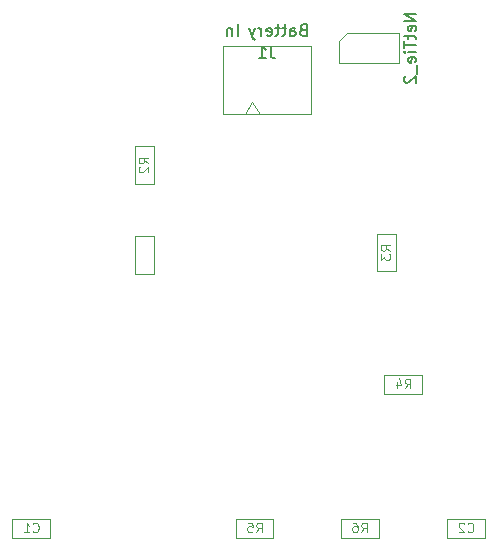
<source format=gbr>
%TF.GenerationSoftware,KiCad,Pcbnew,(7.0.0)*%
%TF.CreationDate,2023-03-13T08:12:35+05:30*%
%TF.ProjectId,Stem,5374656d-2e6b-4696-9361-645f70636258,1.0*%
%TF.SameCoordinates,Original*%
%TF.FileFunction,AssemblyDrawing,Bot*%
%FSLAX46Y46*%
G04 Gerber Fmt 4.6, Leading zero omitted, Abs format (unit mm)*
G04 Created by KiCad (PCBNEW (7.0.0)) date 2023-03-13 08:12:35*
%MOMM*%
%LPD*%
G01*
G04 APERTURE LIST*
%ADD10C,0.120000*%
%ADD11C,0.150000*%
%ADD12C,0.100000*%
G04 APERTURE END LIST*
D10*
%TO.C,R2*%
X137173904Y-67486667D02*
X136792952Y-67220000D01*
X137173904Y-67029524D02*
X136373904Y-67029524D01*
X136373904Y-67029524D02*
X136373904Y-67334286D01*
X136373904Y-67334286D02*
X136412000Y-67410476D01*
X136412000Y-67410476D02*
X136450095Y-67448571D01*
X136450095Y-67448571D02*
X136526285Y-67486667D01*
X136526285Y-67486667D02*
X136640571Y-67486667D01*
X136640571Y-67486667D02*
X136716761Y-67448571D01*
X136716761Y-67448571D02*
X136754857Y-67410476D01*
X136754857Y-67410476D02*
X136792952Y-67334286D01*
X136792952Y-67334286D02*
X136792952Y-67029524D01*
X136450095Y-67791428D02*
X136412000Y-67829524D01*
X136412000Y-67829524D02*
X136373904Y-67905714D01*
X136373904Y-67905714D02*
X136373904Y-68096190D01*
X136373904Y-68096190D02*
X136412000Y-68172381D01*
X136412000Y-68172381D02*
X136450095Y-68210476D01*
X136450095Y-68210476D02*
X136526285Y-68248571D01*
X136526285Y-68248571D02*
X136602476Y-68248571D01*
X136602476Y-68248571D02*
X136716761Y-68210476D01*
X136716761Y-68210476D02*
X137173904Y-67753333D01*
X137173904Y-67753333D02*
X137173904Y-68248571D01*
%TO.C,R3*%
X157673904Y-74886667D02*
X157292952Y-74620000D01*
X157673904Y-74429524D02*
X156873904Y-74429524D01*
X156873904Y-74429524D02*
X156873904Y-74734286D01*
X156873904Y-74734286D02*
X156912000Y-74810476D01*
X156912000Y-74810476D02*
X156950095Y-74848571D01*
X156950095Y-74848571D02*
X157026285Y-74886667D01*
X157026285Y-74886667D02*
X157140571Y-74886667D01*
X157140571Y-74886667D02*
X157216761Y-74848571D01*
X157216761Y-74848571D02*
X157254857Y-74810476D01*
X157254857Y-74810476D02*
X157292952Y-74734286D01*
X157292952Y-74734286D02*
X157292952Y-74429524D01*
X156873904Y-75153333D02*
X156873904Y-75648571D01*
X156873904Y-75648571D02*
X157178666Y-75381905D01*
X157178666Y-75381905D02*
X157178666Y-75496190D01*
X157178666Y-75496190D02*
X157216761Y-75572381D01*
X157216761Y-75572381D02*
X157254857Y-75610476D01*
X157254857Y-75610476D02*
X157331047Y-75648571D01*
X157331047Y-75648571D02*
X157521523Y-75648571D01*
X157521523Y-75648571D02*
X157597714Y-75610476D01*
X157597714Y-75610476D02*
X157635809Y-75572381D01*
X157635809Y-75572381D02*
X157673904Y-75496190D01*
X157673904Y-75496190D02*
X157673904Y-75267619D01*
X157673904Y-75267619D02*
X157635809Y-75191428D01*
X157635809Y-75191428D02*
X157597714Y-75153333D01*
%TO.C,C2*%
X164213332Y-98637714D02*
X164251428Y-98675809D01*
X164251428Y-98675809D02*
X164365713Y-98713904D01*
X164365713Y-98713904D02*
X164441904Y-98713904D01*
X164441904Y-98713904D02*
X164556190Y-98675809D01*
X164556190Y-98675809D02*
X164632380Y-98599619D01*
X164632380Y-98599619D02*
X164670475Y-98523428D01*
X164670475Y-98523428D02*
X164708571Y-98371047D01*
X164708571Y-98371047D02*
X164708571Y-98256761D01*
X164708571Y-98256761D02*
X164670475Y-98104380D01*
X164670475Y-98104380D02*
X164632380Y-98028190D01*
X164632380Y-98028190D02*
X164556190Y-97952000D01*
X164556190Y-97952000D02*
X164441904Y-97913904D01*
X164441904Y-97913904D02*
X164365713Y-97913904D01*
X164365713Y-97913904D02*
X164251428Y-97952000D01*
X164251428Y-97952000D02*
X164213332Y-97990095D01*
X163908571Y-97990095D02*
X163870475Y-97952000D01*
X163870475Y-97952000D02*
X163794285Y-97913904D01*
X163794285Y-97913904D02*
X163603809Y-97913904D01*
X163603809Y-97913904D02*
X163527618Y-97952000D01*
X163527618Y-97952000D02*
X163489523Y-97990095D01*
X163489523Y-97990095D02*
X163451428Y-98066285D01*
X163451428Y-98066285D02*
X163451428Y-98142476D01*
X163451428Y-98142476D02*
X163489523Y-98256761D01*
X163489523Y-98256761D02*
X163946666Y-98713904D01*
X163946666Y-98713904D02*
X163451428Y-98713904D01*
D11*
%TO.C,J1*%
X150291905Y-56163571D02*
X150149048Y-56211190D01*
X150149048Y-56211190D02*
X150101429Y-56258809D01*
X150101429Y-56258809D02*
X150053810Y-56354047D01*
X150053810Y-56354047D02*
X150053810Y-56496904D01*
X150053810Y-56496904D02*
X150101429Y-56592142D01*
X150101429Y-56592142D02*
X150149048Y-56639761D01*
X150149048Y-56639761D02*
X150244286Y-56687380D01*
X150244286Y-56687380D02*
X150625238Y-56687380D01*
X150625238Y-56687380D02*
X150625238Y-55687380D01*
X150625238Y-55687380D02*
X150291905Y-55687380D01*
X150291905Y-55687380D02*
X150196667Y-55735000D01*
X150196667Y-55735000D02*
X150149048Y-55782619D01*
X150149048Y-55782619D02*
X150101429Y-55877857D01*
X150101429Y-55877857D02*
X150101429Y-55973095D01*
X150101429Y-55973095D02*
X150149048Y-56068333D01*
X150149048Y-56068333D02*
X150196667Y-56115952D01*
X150196667Y-56115952D02*
X150291905Y-56163571D01*
X150291905Y-56163571D02*
X150625238Y-56163571D01*
X149196667Y-56687380D02*
X149196667Y-56163571D01*
X149196667Y-56163571D02*
X149244286Y-56068333D01*
X149244286Y-56068333D02*
X149339524Y-56020714D01*
X149339524Y-56020714D02*
X149530000Y-56020714D01*
X149530000Y-56020714D02*
X149625238Y-56068333D01*
X149196667Y-56639761D02*
X149291905Y-56687380D01*
X149291905Y-56687380D02*
X149530000Y-56687380D01*
X149530000Y-56687380D02*
X149625238Y-56639761D01*
X149625238Y-56639761D02*
X149672857Y-56544523D01*
X149672857Y-56544523D02*
X149672857Y-56449285D01*
X149672857Y-56449285D02*
X149625238Y-56354047D01*
X149625238Y-56354047D02*
X149530000Y-56306428D01*
X149530000Y-56306428D02*
X149291905Y-56306428D01*
X149291905Y-56306428D02*
X149196667Y-56258809D01*
X148863333Y-56020714D02*
X148482381Y-56020714D01*
X148720476Y-55687380D02*
X148720476Y-56544523D01*
X148720476Y-56544523D02*
X148672857Y-56639761D01*
X148672857Y-56639761D02*
X148577619Y-56687380D01*
X148577619Y-56687380D02*
X148482381Y-56687380D01*
X148291904Y-56020714D02*
X147910952Y-56020714D01*
X148149047Y-55687380D02*
X148149047Y-56544523D01*
X148149047Y-56544523D02*
X148101428Y-56639761D01*
X148101428Y-56639761D02*
X148006190Y-56687380D01*
X148006190Y-56687380D02*
X147910952Y-56687380D01*
X147196666Y-56639761D02*
X147291904Y-56687380D01*
X147291904Y-56687380D02*
X147482380Y-56687380D01*
X147482380Y-56687380D02*
X147577618Y-56639761D01*
X147577618Y-56639761D02*
X147625237Y-56544523D01*
X147625237Y-56544523D02*
X147625237Y-56163571D01*
X147625237Y-56163571D02*
X147577618Y-56068333D01*
X147577618Y-56068333D02*
X147482380Y-56020714D01*
X147482380Y-56020714D02*
X147291904Y-56020714D01*
X147291904Y-56020714D02*
X147196666Y-56068333D01*
X147196666Y-56068333D02*
X147149047Y-56163571D01*
X147149047Y-56163571D02*
X147149047Y-56258809D01*
X147149047Y-56258809D02*
X147625237Y-56354047D01*
X146720475Y-56687380D02*
X146720475Y-56020714D01*
X146720475Y-56211190D02*
X146672856Y-56115952D01*
X146672856Y-56115952D02*
X146625237Y-56068333D01*
X146625237Y-56068333D02*
X146529999Y-56020714D01*
X146529999Y-56020714D02*
X146434761Y-56020714D01*
X146196665Y-56020714D02*
X145958570Y-56687380D01*
X145720475Y-56020714D02*
X145958570Y-56687380D01*
X145958570Y-56687380D02*
X146053808Y-56925476D01*
X146053808Y-56925476D02*
X146101427Y-56973095D01*
X146101427Y-56973095D02*
X146196665Y-57020714D01*
X144739522Y-56687380D02*
X144739522Y-55687380D01*
X144263332Y-56020714D02*
X144263332Y-56687380D01*
X144263332Y-56115952D02*
X144215713Y-56068333D01*
X144215713Y-56068333D02*
X144120475Y-56020714D01*
X144120475Y-56020714D02*
X143977618Y-56020714D01*
X143977618Y-56020714D02*
X143882380Y-56068333D01*
X143882380Y-56068333D02*
X143834761Y-56163571D01*
X143834761Y-56163571D02*
X143834761Y-56687380D01*
X147563333Y-57587380D02*
X147563333Y-58301666D01*
X147563333Y-58301666D02*
X147610952Y-58444523D01*
X147610952Y-58444523D02*
X147706190Y-58539761D01*
X147706190Y-58539761D02*
X147849047Y-58587380D01*
X147849047Y-58587380D02*
X147944285Y-58587380D01*
X146563333Y-58587380D02*
X147134761Y-58587380D01*
X146849047Y-58587380D02*
X146849047Y-57587380D01*
X146849047Y-57587380D02*
X146944285Y-57730238D01*
X146944285Y-57730238D02*
X147039523Y-57825476D01*
X147039523Y-57825476D02*
X147134761Y-57873095D01*
D10*
%TO.C,C1*%
X127413332Y-98637714D02*
X127451428Y-98675809D01*
X127451428Y-98675809D02*
X127565713Y-98713904D01*
X127565713Y-98713904D02*
X127641904Y-98713904D01*
X127641904Y-98713904D02*
X127756190Y-98675809D01*
X127756190Y-98675809D02*
X127832380Y-98599619D01*
X127832380Y-98599619D02*
X127870475Y-98523428D01*
X127870475Y-98523428D02*
X127908571Y-98371047D01*
X127908571Y-98371047D02*
X127908571Y-98256761D01*
X127908571Y-98256761D02*
X127870475Y-98104380D01*
X127870475Y-98104380D02*
X127832380Y-98028190D01*
X127832380Y-98028190D02*
X127756190Y-97952000D01*
X127756190Y-97952000D02*
X127641904Y-97913904D01*
X127641904Y-97913904D02*
X127565713Y-97913904D01*
X127565713Y-97913904D02*
X127451428Y-97952000D01*
X127451428Y-97952000D02*
X127413332Y-97990095D01*
X126651428Y-98713904D02*
X127108571Y-98713904D01*
X126879999Y-98713904D02*
X126879999Y-97913904D01*
X126879999Y-97913904D02*
X126956190Y-98028190D01*
X126956190Y-98028190D02*
X127032380Y-98104380D01*
X127032380Y-98104380D02*
X127108571Y-98142476D01*
D11*
%TO.C,NT1*%
X159842380Y-54815238D02*
X158842380Y-54815238D01*
X158842380Y-54815238D02*
X159842380Y-55386666D01*
X159842380Y-55386666D02*
X158842380Y-55386666D01*
X159794761Y-56243809D02*
X159842380Y-56148571D01*
X159842380Y-56148571D02*
X159842380Y-55958095D01*
X159842380Y-55958095D02*
X159794761Y-55862857D01*
X159794761Y-55862857D02*
X159699523Y-55815238D01*
X159699523Y-55815238D02*
X159318571Y-55815238D01*
X159318571Y-55815238D02*
X159223333Y-55862857D01*
X159223333Y-55862857D02*
X159175714Y-55958095D01*
X159175714Y-55958095D02*
X159175714Y-56148571D01*
X159175714Y-56148571D02*
X159223333Y-56243809D01*
X159223333Y-56243809D02*
X159318571Y-56291428D01*
X159318571Y-56291428D02*
X159413809Y-56291428D01*
X159413809Y-56291428D02*
X159509047Y-55815238D01*
X159175714Y-56577143D02*
X159175714Y-56958095D01*
X158842380Y-56720000D02*
X159699523Y-56720000D01*
X159699523Y-56720000D02*
X159794761Y-56767619D01*
X159794761Y-56767619D02*
X159842380Y-56862857D01*
X159842380Y-56862857D02*
X159842380Y-56958095D01*
X158842380Y-57148572D02*
X158842380Y-57720000D01*
X159842380Y-57434286D02*
X158842380Y-57434286D01*
X159842380Y-58053334D02*
X159175714Y-58053334D01*
X158842380Y-58053334D02*
X158890000Y-58005715D01*
X158890000Y-58005715D02*
X158937619Y-58053334D01*
X158937619Y-58053334D02*
X158890000Y-58100953D01*
X158890000Y-58100953D02*
X158842380Y-58053334D01*
X158842380Y-58053334D02*
X158937619Y-58053334D01*
X159794761Y-58910476D02*
X159842380Y-58815238D01*
X159842380Y-58815238D02*
X159842380Y-58624762D01*
X159842380Y-58624762D02*
X159794761Y-58529524D01*
X159794761Y-58529524D02*
X159699523Y-58481905D01*
X159699523Y-58481905D02*
X159318571Y-58481905D01*
X159318571Y-58481905D02*
X159223333Y-58529524D01*
X159223333Y-58529524D02*
X159175714Y-58624762D01*
X159175714Y-58624762D02*
X159175714Y-58815238D01*
X159175714Y-58815238D02*
X159223333Y-58910476D01*
X159223333Y-58910476D02*
X159318571Y-58958095D01*
X159318571Y-58958095D02*
X159413809Y-58958095D01*
X159413809Y-58958095D02*
X159509047Y-58481905D01*
X159937619Y-59148572D02*
X159937619Y-59910476D01*
X158937619Y-60100953D02*
X158890000Y-60148572D01*
X158890000Y-60148572D02*
X158842380Y-60243810D01*
X158842380Y-60243810D02*
X158842380Y-60481905D01*
X158842380Y-60481905D02*
X158890000Y-60577143D01*
X158890000Y-60577143D02*
X158937619Y-60624762D01*
X158937619Y-60624762D02*
X159032857Y-60672381D01*
X159032857Y-60672381D02*
X159128095Y-60672381D01*
X159128095Y-60672381D02*
X159270952Y-60624762D01*
X159270952Y-60624762D02*
X159842380Y-60053334D01*
X159842380Y-60053334D02*
X159842380Y-60672381D01*
D10*
%TO.C,R6*%
X155213332Y-98713904D02*
X155479999Y-98332952D01*
X155670475Y-98713904D02*
X155670475Y-97913904D01*
X155670475Y-97913904D02*
X155365713Y-97913904D01*
X155365713Y-97913904D02*
X155289523Y-97952000D01*
X155289523Y-97952000D02*
X155251428Y-97990095D01*
X155251428Y-97990095D02*
X155213332Y-98066285D01*
X155213332Y-98066285D02*
X155213332Y-98180571D01*
X155213332Y-98180571D02*
X155251428Y-98256761D01*
X155251428Y-98256761D02*
X155289523Y-98294857D01*
X155289523Y-98294857D02*
X155365713Y-98332952D01*
X155365713Y-98332952D02*
X155670475Y-98332952D01*
X154527618Y-97913904D02*
X154679999Y-97913904D01*
X154679999Y-97913904D02*
X154756190Y-97952000D01*
X154756190Y-97952000D02*
X154794285Y-97990095D01*
X154794285Y-97990095D02*
X154870475Y-98104380D01*
X154870475Y-98104380D02*
X154908571Y-98256761D01*
X154908571Y-98256761D02*
X154908571Y-98561523D01*
X154908571Y-98561523D02*
X154870475Y-98637714D01*
X154870475Y-98637714D02*
X154832380Y-98675809D01*
X154832380Y-98675809D02*
X154756190Y-98713904D01*
X154756190Y-98713904D02*
X154603809Y-98713904D01*
X154603809Y-98713904D02*
X154527618Y-98675809D01*
X154527618Y-98675809D02*
X154489523Y-98637714D01*
X154489523Y-98637714D02*
X154451428Y-98561523D01*
X154451428Y-98561523D02*
X154451428Y-98371047D01*
X154451428Y-98371047D02*
X154489523Y-98294857D01*
X154489523Y-98294857D02*
X154527618Y-98256761D01*
X154527618Y-98256761D02*
X154603809Y-98218666D01*
X154603809Y-98218666D02*
X154756190Y-98218666D01*
X154756190Y-98218666D02*
X154832380Y-98256761D01*
X154832380Y-98256761D02*
X154870475Y-98294857D01*
X154870475Y-98294857D02*
X154908571Y-98371047D01*
%TO.C,R5*%
X146313332Y-98713904D02*
X146579999Y-98332952D01*
X146770475Y-98713904D02*
X146770475Y-97913904D01*
X146770475Y-97913904D02*
X146465713Y-97913904D01*
X146465713Y-97913904D02*
X146389523Y-97952000D01*
X146389523Y-97952000D02*
X146351428Y-97990095D01*
X146351428Y-97990095D02*
X146313332Y-98066285D01*
X146313332Y-98066285D02*
X146313332Y-98180571D01*
X146313332Y-98180571D02*
X146351428Y-98256761D01*
X146351428Y-98256761D02*
X146389523Y-98294857D01*
X146389523Y-98294857D02*
X146465713Y-98332952D01*
X146465713Y-98332952D02*
X146770475Y-98332952D01*
X145589523Y-97913904D02*
X145970475Y-97913904D01*
X145970475Y-97913904D02*
X146008571Y-98294857D01*
X146008571Y-98294857D02*
X145970475Y-98256761D01*
X145970475Y-98256761D02*
X145894285Y-98218666D01*
X145894285Y-98218666D02*
X145703809Y-98218666D01*
X145703809Y-98218666D02*
X145627618Y-98256761D01*
X145627618Y-98256761D02*
X145589523Y-98294857D01*
X145589523Y-98294857D02*
X145551428Y-98371047D01*
X145551428Y-98371047D02*
X145551428Y-98561523D01*
X145551428Y-98561523D02*
X145589523Y-98637714D01*
X145589523Y-98637714D02*
X145627618Y-98675809D01*
X145627618Y-98675809D02*
X145703809Y-98713904D01*
X145703809Y-98713904D02*
X145894285Y-98713904D01*
X145894285Y-98713904D02*
X145970475Y-98675809D01*
X145970475Y-98675809D02*
X146008571Y-98637714D01*
%TO.C,R4*%
X158913332Y-86513904D02*
X159179999Y-86132952D01*
X159370475Y-86513904D02*
X159370475Y-85713904D01*
X159370475Y-85713904D02*
X159065713Y-85713904D01*
X159065713Y-85713904D02*
X158989523Y-85752000D01*
X158989523Y-85752000D02*
X158951428Y-85790095D01*
X158951428Y-85790095D02*
X158913332Y-85866285D01*
X158913332Y-85866285D02*
X158913332Y-85980571D01*
X158913332Y-85980571D02*
X158951428Y-86056761D01*
X158951428Y-86056761D02*
X158989523Y-86094857D01*
X158989523Y-86094857D02*
X159065713Y-86132952D01*
X159065713Y-86132952D02*
X159370475Y-86132952D01*
X158227618Y-85980571D02*
X158227618Y-86513904D01*
X158418094Y-85675809D02*
X158608571Y-86247238D01*
X158608571Y-86247238D02*
X158113332Y-86247238D01*
D12*
%TO.C,R2*%
X136080000Y-66020000D02*
X136080000Y-69220000D01*
X136080000Y-69220000D02*
X137680000Y-69220000D01*
X137680000Y-69220000D02*
X137680000Y-66020000D01*
X137680000Y-66020000D02*
X136080000Y-66020000D01*
%TO.C,R3*%
X158180000Y-73420000D02*
X156580000Y-73420000D01*
X158180000Y-76620000D02*
X158180000Y-73420000D01*
X156580000Y-73420000D02*
X156580000Y-76620000D01*
X156580000Y-76620000D02*
X158180000Y-76620000D01*
%TO.C,C2*%
X165680000Y-99220000D02*
X165680000Y-97620000D01*
X165680000Y-97620000D02*
X162480000Y-97620000D01*
X162480000Y-97620000D02*
X162480000Y-99220000D01*
X162480000Y-99220000D02*
X165680000Y-99220000D01*
%TO.C,R1*%
X137680000Y-73620000D02*
X136080000Y-73620000D01*
X136080000Y-76820000D02*
X137680000Y-76820000D01*
X136080000Y-73620000D02*
X136080000Y-76820000D01*
X137680000Y-76820000D02*
X137680000Y-73620000D01*
%TO.C,J1*%
X145980000Y-62270000D02*
X146605000Y-63270000D01*
X150930000Y-57520000D02*
X150930000Y-63270000D01*
X145355000Y-63270000D02*
X145980000Y-62270000D01*
X143530000Y-63270000D02*
X143530000Y-57520000D01*
X150930000Y-63270000D02*
X143530000Y-63270000D01*
X143530000Y-57520000D02*
X150930000Y-57520000D01*
%TO.C,C1*%
X125680000Y-97620000D02*
X125680000Y-99220000D01*
X125680000Y-99220000D02*
X128880000Y-99220000D01*
X128880000Y-97620000D02*
X125680000Y-97620000D01*
X128880000Y-99220000D02*
X128880000Y-97620000D01*
%TO.C,NT1*%
X158415000Y-56450000D02*
X153970000Y-56450000D01*
X153335000Y-58990000D02*
X158415000Y-58990000D01*
X158415000Y-58990000D02*
X158415000Y-56450000D01*
X153970000Y-56450000D02*
X153335000Y-57085000D01*
X153335000Y-57085000D02*
X153335000Y-58990000D01*
%TO.C,R6*%
X156680000Y-97620000D02*
X153480000Y-97620000D01*
X156680000Y-99220000D02*
X156680000Y-97620000D01*
X153480000Y-97620000D02*
X153480000Y-99220000D01*
X153480000Y-99220000D02*
X156680000Y-99220000D01*
%TO.C,R5*%
X147780000Y-99220000D02*
X147780000Y-97620000D01*
X147780000Y-97620000D02*
X144580000Y-97620000D01*
X144580000Y-97620000D02*
X144580000Y-99220000D01*
X144580000Y-99220000D02*
X147780000Y-99220000D01*
%TO.C,R4*%
X157180000Y-85420000D02*
X157180000Y-87020000D01*
X160380000Y-85420000D02*
X157180000Y-85420000D01*
X160380000Y-87020000D02*
X160380000Y-85420000D01*
X157180000Y-87020000D02*
X160380000Y-87020000D01*
%TD*%
M02*

</source>
